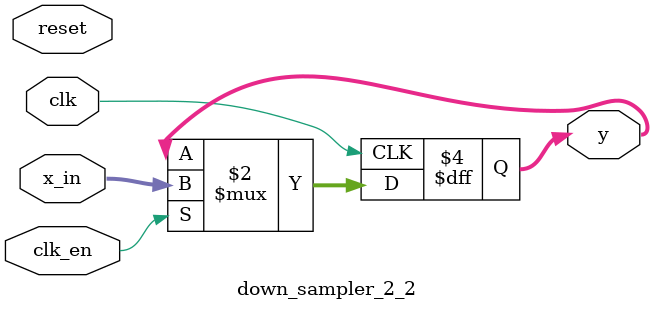
<source format=v>
module down_sampler_2_2(input clk,
	input reset,
	input clk_en,
	input signed [17:0] x_in,
	output reg signed [17:0] y
);

reg sampler;
reg [1:0] counter;



// always @ *
//     case(counter)
//     2'b00: sampler <= 1;
//     default: sampler <= 0;
//     endcase

// always @ (posedge clk)
// begin
//     if (reset)
//         counter <= 0;
//     else
//         counter = counter + 1'b1;
// end
/// remove this for board implementation

 ///
always @ (posedge clk)
if(clk_en)
    y <= x_in;

endmodule
</source>
